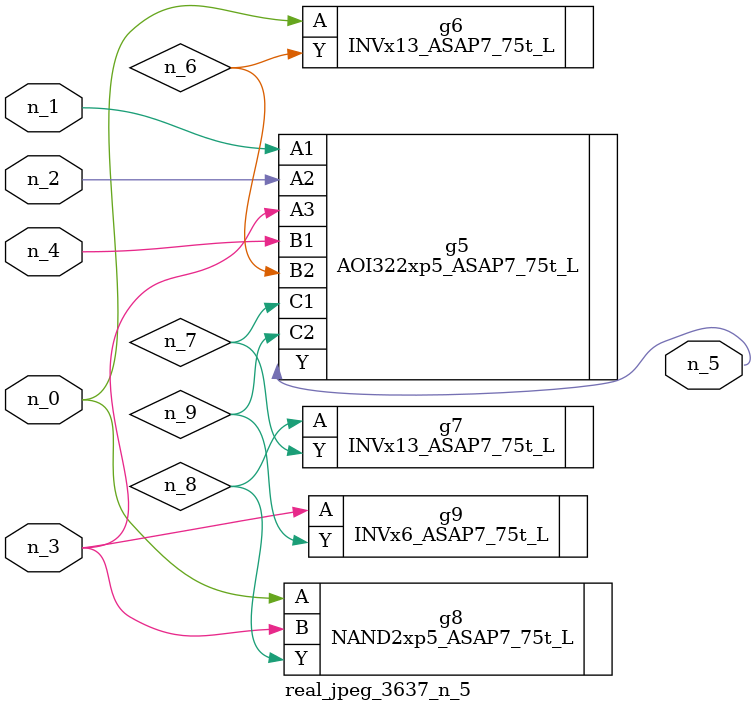
<source format=v>
module real_jpeg_3637_n_5 (n_4, n_0, n_1, n_2, n_3, n_5);

input n_4;
input n_0;
input n_1;
input n_2;
input n_3;

output n_5;

wire n_8;
wire n_6;
wire n_7;
wire n_9;

INVx13_ASAP7_75t_L g6 ( 
.A(n_0),
.Y(n_6)
);

NAND2xp5_ASAP7_75t_L g8 ( 
.A(n_0),
.B(n_3),
.Y(n_8)
);

AOI322xp5_ASAP7_75t_L g5 ( 
.A1(n_1),
.A2(n_2),
.A3(n_3),
.B1(n_4),
.B2(n_6),
.C1(n_7),
.C2(n_9),
.Y(n_5)
);

INVx6_ASAP7_75t_L g9 ( 
.A(n_3),
.Y(n_9)
);

INVx13_ASAP7_75t_L g7 ( 
.A(n_8),
.Y(n_7)
);


endmodule
</source>
